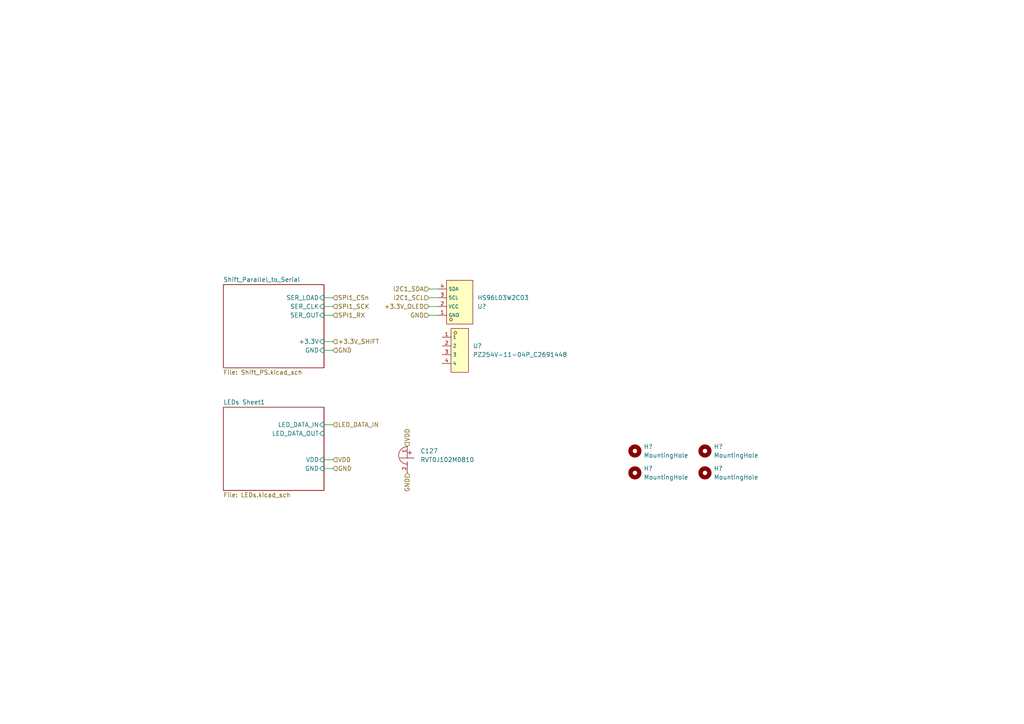
<source format=kicad_sch>
(kicad_sch (version 20230121) (generator eeschema)
  (paper "A4")
  (lib_symbols
    (symbol "HS96L03W2C03:HS96L03W2C03"
      (property "Reference" "U" (at 0 1.27 0))
      (property "Value" "HS96L03W2C03" (at 0 -2.54 0))
      (symbol "HS96L03W2C03_0_1"
        (rectangle (start -3.81 6.35) (end 3.81 -6.35) (fill (type background)))
        (circle (center -2.54 5.08) (radius 0.381) (fill (type background)))
        (pin unspecified line (at -6.35 3.81 0) (length 2.54) (name "GND") (number "1"))
        (pin unspecified line (at -6.35 1.27 0) (length 2.54) (name "VCC") (number "2"))
        (pin unspecified line (at -6.35 -1.27 0) (length 2.54) (name "SCL") (number "3"))
        (pin unspecified line (at -6.35 -3.81 0) (length 2.54) (name "SDA") (number "4"))
      )
    )
    (symbol "Mechanical:MountingHole" (pin_names (offset 1.016))
      (property "Reference" "H" (at 0 5.08 0))
      (property "Value" "MountingHole" (at 0 3.175 0))
      (symbol "MountingHole_0_1"
        (circle (center 0 0) (radius 1.27) (stroke (width 1.27)))
      )
    )
    (symbol "PZ254V-11-04P_C2691448:PZ254V-11-04P_C2691448"
      (property "Reference" "U" (at 0 1.27 0))
      (property "Value" "PZ254V-11-04P_C2691448" (at 0 -2.54 0))
      (symbol "PZ254V-11-04P_C2691448_0_1"
        (rectangle (start -2.54 6.35) (end 2.54 -6.35) (fill (type background)))
        (circle (center -1.27 5.08) (radius 0.381) (fill (type background)))
        (pin unspecified line (at -5.08 3.81 0) (length 2.54) (name "1") (number "1"))
        (pin unspecified line (at -5.08 1.27 0) (length 2.54) (name "2") (number "2"))
        (pin unspecified line (at -5.08 -1.27 0) (length 2.54) (name "3") (number "3"))
        (pin unspecified line (at -5.08 -3.81 0) (length 2.54) (name "4") (number "4"))
      )
    )
    (symbol "RVT0J102M0810:RVT0J102M0810" (pin_names hide)
      (property "Reference" "C" (at 0 1.27 0))
      (property "Value" "RVT0J102M0810" (at 0 -2.54 0))
      (symbol "RVT0J102M0810_0_1"
        (polyline (pts (xy 0 -0.508) (xy 0 -1.27)))
        (polyline (pts (xy 0 1.27) (xy 0 0.508)))
        (polyline (pts (xy 0.762 2.54) (xy 0.762 1.524)))
        (polyline (pts (xy 1.27 2.032) (xy 0.254 2.032)))
        (polyline (pts (xy 2.032 0.508) (xy -2.032 0.508)))
        (arc (start 0.0208 3.8059) (mid -2.4787 1.226) (end 0.1011 -1.2735))
        (pin input line (at 0 3.81 270) (length 2.54) (name "1") (number "1"))
        (pin input line (at 0 -3.81 90) (length 2.54) (name "2") (number "2"))
      )
    )
  )
  (wire (pts (xy 93.98 99.06) (xy 96.52 99.06)))
  (wire (pts (xy 93.98 88.9) (xy 96.52 88.9)))
  (wire (pts (xy 124.46 88.9) (xy 127 88.9)))
  (wire (pts (xy 93.98 123.19) (xy 96.52 123.19)))
  (wire (pts (xy 93.98 91.44) (xy 96.52 91.44)))
  (wire (pts (xy 93.98 135.89) (xy 96.52 135.89)))
  (wire (pts (xy 93.98 86.36) (xy 96.52 86.36)))
  (wire (pts (xy 124.46 91.44) (xy 127 91.44)))
  (wire (pts (xy 124.46 86.36) (xy 127 86.36)))
  (wire (pts (xy 124.46 83.82) (xy 127 83.82)))
  (wire (pts (xy 93.98 133.35) (xy 96.52 133.35)))
  (wire (pts (xy 93.98 101.6) (xy 96.52 101.6)))
  (hierarchical_label "+3.3V_SHIFT" (shape input) (at 96.52 99.06 0))
  (hierarchical_label "LED_DATA_IN" (shape input) (at 96.52 123.19 0))
  (hierarchical_label "VDD" (shape input) (at 96.52 133.35 0))
  (hierarchical_label "SPI1_SCK" (shape input) (at 96.52 88.9 0))
  (hierarchical_label "I2C1_SDA" (shape input) (at 124.46 83.82 180))
  (hierarchical_label "GND" (shape input) (at 124.46 91.44 180))
  (hierarchical_label "+3.3V_OLED" (shape input) (at 124.46 88.9 180))
  (hierarchical_label "GND" (shape input) (at 118.11 137.16 270))
  (hierarchical_label "I2C1_SCL" (shape input) (at 124.46 86.36 180))
  (hierarchical_label "SPI1_RX" (shape input) (at 96.52 91.44 0))
  (hierarchical_label "GND" (shape input) (at 96.52 135.89 0))
  (hierarchical_label "VDD" (shape input) (at 118.11 129.54 90))
  (hierarchical_label "SPI1_CSn" (shape input) (at 96.52 86.36 0))
  (hierarchical_label "GND" (shape input) (at 96.52 101.6 0))
  (symbol (lib_id "Mechanical:MountingHole") (at 204.47 137.16 0) (unit 1)
    (property "Reference" "H?" (at 207.01 135.89 0) (effects (justify left)))
    (property "Value" "MountingHole" (at 207.01 138.43 0) (effects (justify left)))
    (property "Footprint" "MountingHole:MountingHole_4.3mm_M4" (effects hide))
    (instances (project "Kaboom_box" (path "" (reference "H?") (unit 1)) (path "" (reference "H104") (unit 1)) (path "" (reference "H108") (unit 1))))
  )
  (symbol (lib_id "Mechanical:MountingHole") (at 204.47 130.81 0) (unit 1)
    (property "Reference" "H?" (at 207.01 129.54 0) (effects (justify left)))
    (property "Value" "MountingHole" (at 207.01 132.08 0) (effects (justify left)))
    (property "Footprint" "MountingHole:MountingHole_4.3mm_M4" (effects hide))
    (instances (project "Kaboom_box" (path "" (reference "H?") (unit 1)) (path "" (reference "H102") (unit 1)) (path "" (reference "H107") (unit 1))))
  )
  (symbol (lib_id "Mechanical:MountingHole") (at 184.15 137.16 0) (unit 1)
    (property "Reference" "H?" (at 186.69 135.89 0) (effects (justify left)))
    (property "Value" "MountingHole" (at 186.69 138.43 0) (effects (justify left)))
    (property "Footprint" "MountingHole:MountingHole_4.3mm_M4" (effects hide))
    (instances (project "Kaboom_box" (path "" (reference "H?") (unit 1)) (path "" (reference "H103") (unit 1)) (path "" (reference "H106") (unit 1))))
  )
  (symbol (lib_id "Mechanical:MountingHole") (at 184.15 130.81 0) (unit 1)
    (property "Reference" "H?" (at 186.69 129.54 0) (effects (justify left)))
    (property "Value" "MountingHole" (at 186.69 132.08 0) (effects (justify left)))
    (property "Footprint" "MountingHole:MountingHole_4.3mm_M4" (effects hide))
    (instances (project "Kaboom_box" (path "" (reference "H?") (unit 1)) (path "" (reference "H101") (unit 1)) (path "" (reference "H105") (unit 1))))
  )
  (symbol (lib_id "RVT0J102M0810:RVT0J102M0810") (at 118.11 133.35 0) (unit 1)
    (property "Reference" "C127" (at 121.92 130.8139 0) (effects (justify left)))
    (property "Value" "RVT0J102M0810" (at 121.92 133.3539 0) (effects (justify left)))
    (property "Footprint" "footprint:CAP-SMD_BD8.0-L8.3-W8.3-FD" (effects hide))
    (property "Datasheet" "https://item.szlcsc.com/245644.html" (effects hide))
    (property "LCSC" "C42851" (effects hide))
    (instances (project "Kaboom_box" (path "" (reference "C127") (unit 1)) (path "" (reference "C128") (unit 1))))
  )
  (symbol (lib_id "PZ254V-11-04P_C2691448:PZ254V-11-04P_C2691448") (at 133.35 101.6 0) (unit 1) (on_board no)
    (property "Reference" "U?" (at 137.16 100.33 0) (effects (justify left)))
    (property "Value" "PZ254V-11-04P_C2691448" (at 137.16 102.87 0) (effects (justify left)))
    (property "Footprint" "footprint:HDR-TH_4P-P2.54-V-M" (effects hide))
    (property "Datasheet" "https://item.szlcsc.com/502959.html" (effects hide))
    (property "LCSC" "C2691448" (effects hide))
    (instances (project "Kaboom_box" (path "" (reference "U?") (unit 1)) (path "" (reference "U?") (unit 1)) (path "" (reference "U143") (unit 1))))
  )
  (symbol (lib_id "HS96L03W2C03:HS96L03W2C03") (at 133.35 87.63 0) (mirror x) (unit 1)
    (property "Reference" "U?" (at 138.43 88.9 0) (effects (justify left)))
    (property "Value" "HS96L03W2C03" (at 138.43 86.36 0) (effects (justify left)))
    (property "Footprint" "footprint:OLED-TH_L27.8-W27.2-P2.54_C9900033791" (effects hide))
    (property "Datasheet" "https://img.jlc.com/image//data/smt-stock-produce/componentSizePhoto/2022-11-01/43d81eb4655044fe9599202a8cead0a7/BG2211010127_D22103102259_back.png" (effects hide))
    (property "LCSC" "C5248080" (effects hide))
    (instances (project "Kaboom_box" (path "" (reference "U?") (unit 1)) (path "" (reference "U?") (unit 1)) (path "" (reference "U144") (unit 1))))
  )
  (sheet (at 64.77 118.11) (size 29.21 24.13) (stroke (width 0.1524))
    (property "Sheetname" "LEDs Sheet1" (at 64.77 117.3984 0) (effects (justify left bottom)))
    (property "Sheetfile" "LEDs.kicad_sch" (at 64.77 142.8246 0) (effects (justify left top)))
    (pin "LED_DATA_OUT" input (at 93.98 125.73 0))
    (pin "VDD" input (at 93.98 133.35 0))
    (pin "GND" input (at 93.98 135.89 0))
    (pin "LED_DATA_IN" input (at 93.98 123.19 0))
  )
  (sheet (at 64.77 82.55) (size 29.21 24.13) (stroke (width 0.1524))
    (property "Sheetname" "Shift_Parallel_to_Serial" (at 64.77 81.8384 0) (effects (justify left bottom)))
    (property "Sheetfile" "Shift_PS.kicad_sch" (at 64.77 107.2646 0) (effects (justify left top)))
    (pin "GND" input (at 93.98 101.6 0))
    (pin "+3.3V" input (at 93.98 99.06 0))
    (pin "SER_CLK" input (at 93.98 88.9 0))
    (pin "SER_OUT" input (at 93.98 91.44 0))
    (pin "SER_LOAD" input (at 93.98 86.36 0))
  )
)
</source>
